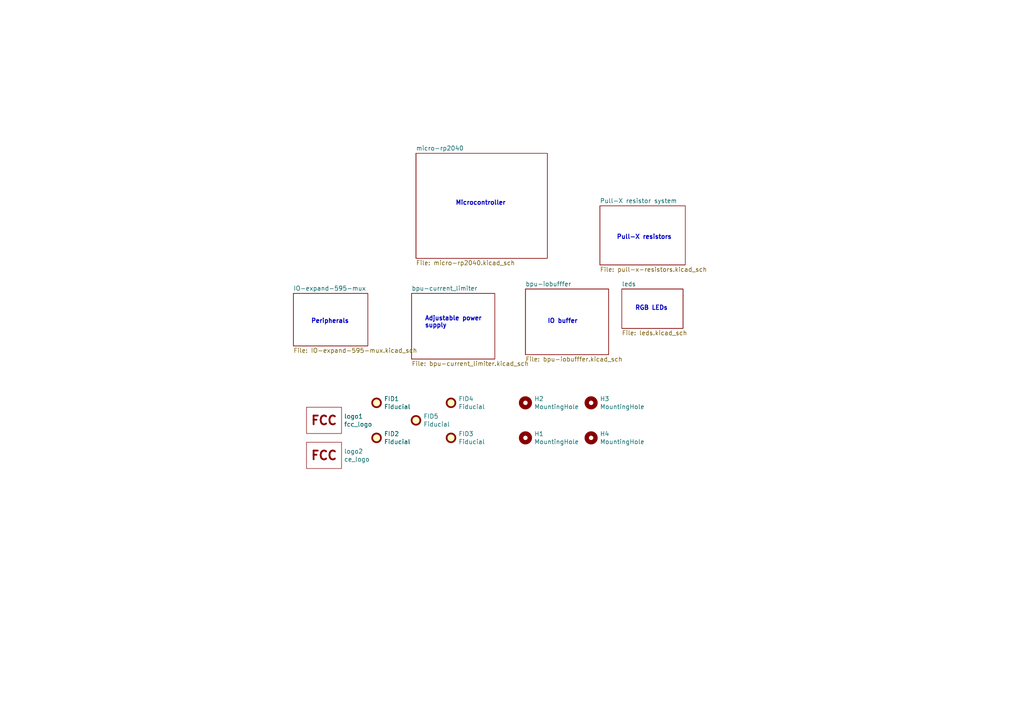
<source format=kicad_sch>
(kicad_sch (version 20231120) (generator "eeschema") (generator_version "8.0")
  (paper "A4")
  (lib_symbols
    (symbol "DP_logo_kicad:fcc_logo" (pin_names (offset 1.016))
      (property "Reference" "logo" (at 0 5.08 0))
      (property "Value" "fcc_logo" (at 0 -5.08 0))
      (symbol "fcc_logo_0_0"
        (rectangle (start -5.08 3.81) (end 5.08 -3.81))
        (text "FCC" (at 0 0 0) (effects (font (size 2.54 2.54) (bold yes))))
      )
    )
    (symbol "Mechanical:Fiducial"
      (property "Reference" "FID" (at 0 5.08 0))
      (property "Value" "Fiducial" (at 0 3.175 0))
      (symbol "Fiducial_0_1"
        (circle (center 0 0) (radius 1.27) (stroke (width 0.508)) (fill (type background)))
      )
    )
    (symbol "Mechanical:MountingHole" (pin_names (offset 1.016))
      (property "Reference" "H" (at 0 5.08 0))
      (property "Value" "MountingHole" (at 0 3.175 0))
      (symbol "MountingHole_0_1"
        (circle (center 0 0) (radius 1.27) (stroke (width 1.27)))
      )
    )
  )
  (text "Microcontroller" (at 132.08 59.69 0) (effects (font (size 1.27 1.27) (thickness 0.254) (bold yes)) (justify left bottom)))
  (text "Adjustable power \nsupply" (at 123.19 95.25 0) (effects (font (size 1.27 1.27) (thickness 0.254) (bold yes)) (justify left bottom)))
  (text "IO buffer" (at 158.75 93.98 0) (effects (font (size 1.27 1.27) (thickness 0.254) (bold yes)) (justify left bottom)))
  (text "Peripherals" (at 90.17 93.98 0) (effects (font (size 1.27 1.27) (thickness 0.254) (bold yes)) (justify left bottom)))
  (text "RGB LEDs" (at 184.15 90.17 0) (effects (font (size 1.27 1.27) (thickness 0.254) (bold yes)) (justify left bottom)))
  (text "Pull-X resistors" (at 178.816 69.596 0) (effects (font (size 1.27 1.27) (thickness 0.254) (bold yes)) (justify left bottom)))
  (symbol (lib_id "Mechanical:MountingHole") (at 152.4 116.84 0) (unit 1) (in_bom no)
    (property "Reference" "H2" (at 154.94 115.6716 0) (effects (justify left)))
    (property "Value" "MountingHole" (at 154.94 117.983 0) (effects (justify left)))
    (property "Footprint" "MountingHole:MountingHole_3.2mm_M3" (effects (hide yes)))
  )
  (symbol (lib_id "Mechanical:MountingHole") (at 152.4 127 0) (unit 1) (in_bom no)
    (property "Reference" "H1" (at 154.94 125.8316 0) (effects (justify left)))
    (property "Value" "MountingHole" (at 154.94 128.143 0) (effects (justify left)))
    (property "Footprint" "MountingHole:MountingHole_3.2mm_M3" (effects (hide yes)))
  )
  (symbol (lib_id "Mechanical:MountingHole") (at 171.45 116.84 0) (unit 1) (in_bom no)
    (property "Reference" "H3" (at 173.99 115.6716 0) (effects (justify left)))
    (property "Value" "MountingHole" (at 173.99 117.983 0) (effects (justify left)))
    (property "Footprint" "MountingHole:MountingHole_3.2mm_M3" (effects (hide yes)))
  )
  (symbol (lib_id "Mechanical:MountingHole") (at 171.45 127 0) (unit 1) (in_bom no)
    (property "Reference" "H4" (at 173.99 125.8316 0) (effects (justify left)))
    (property "Value" "MountingHole" (at 173.99 128.143 0) (effects (justify left)))
    (property "Footprint" "MountingHole:MountingHole_3.2mm_M3" (effects (hide yes)))
  )
  (symbol (lib_id "Mechanical:Fiducial") (at 109.22 116.84 0) (unit 1) (in_bom no)
    (property "Reference" "FID1" (at 111.379 115.6716 0) (effects (justify left)))
    (property "Value" "Fiducial" (at 111.379 117.983 0) (effects (justify left)))
    (property "Footprint" "Fiducial:Fiducial_1mm_Mask2mm" (effects (hide yes)))
  )
  (symbol (lib_id "Mechanical:Fiducial") (at 109.22 127 0) (unit 1) (in_bom no)
    (property "Reference" "FID2" (at 111.379 125.8316 0) (effects (justify left)))
    (property "Value" "Fiducial" (at 111.379 128.143 0) (effects (justify left)))
    (property "Footprint" "Fiducial:Fiducial_1mm_Mask2mm" (effects (hide yes)))
  )
  (symbol (lib_id "Mechanical:Fiducial") (at 130.81 127 0) (unit 1) (in_bom no)
    (property "Reference" "FID3" (at 132.969 125.8316 0) (effects (justify left)))
    (property "Value" "Fiducial" (at 132.969 128.143 0) (effects (justify left)))
    (property "Footprint" "Fiducial:Fiducial_1mm_Mask2mm" (effects (hide yes)))
  )
  (symbol (lib_id "Mechanical:Fiducial") (at 130.81 116.84 0) (unit 1) (in_bom no)
    (property "Reference" "FID4" (at 132.969 115.6716 0) (effects (justify left)))
    (property "Value" "Fiducial" (at 132.969 117.983 0) (effects (justify left)))
    (property "Footprint" "Fiducial:Fiducial_1mm_Mask2mm" (effects (hide yes)))
  )
  (symbol (lib_id "Mechanical:Fiducial") (at 120.65 121.92 0) (unit 1) (in_bom no)
    (property "Reference" "FID5" (at 122.809 120.7516 0) (effects (justify left)))
    (property "Value" "Fiducial" (at 122.809 123.063 0) (effects (justify left)))
    (property "Footprint" "Fiducial:Fiducial_1mm_Mask2mm" (effects (hide yes)))
  )
  (symbol (lib_id "DP_logo_kicad:fcc_logo") (at 93.98 121.92 0) (unit 1) (in_bom no)
    (property "Reference" "logo1" (at 99.7712 120.7516 0) (effects (justify left)))
    (property "Value" "fcc_logo" (at 99.7712 123.063 0) (effects (justify left)))
    (property "Footprint" "dp-logo:logo_fcc" (effects (hide yes)))
  )
  (symbol (lib_id "DP_logo_kicad:fcc_logo") (at 93.98 132.08 0) (unit 1) (in_bom no)
    (property "Reference" "logo2" (at 99.7712 130.9116 0) (effects (justify left)))
    (property "Value" "ce_logo" (at 99.7712 133.223 0) (effects (justify left)))
    (property "Footprint" "Symbol:CE-Logo_11.2x8mm_SilkScreen" (effects (hide yes)))
  )
  (sheet (at 152.4 83.82) (size 24.13 19.05)
    (property "Sheetname" "bpu-iobufffer" (at 152.4 83.1084 0) (effects (justify left bottom)))
    (property "Sheetfile" "bpu-iobufffer.kicad_sch" (at 152.4 103.4546 0) (effects (justify left top)))
  )
  (sheet (at 119.38 85.09) (size 24.13 19.05)
    (property "Sheetname" "bpu-current_limiter" (at 119.38 84.3784 0) (effects (justify left bottom)))
    (property "Sheetfile" "bpu-current_limiter.kicad_sch" (at 119.38 104.7246 0) (effects (justify left top)))
  )
  (sheet (at 120.65 44.45) (size 38.1 30.48)
    (property "Sheetname" "micro-rp2040" (at 120.65 43.7384 0) (effects (justify left bottom)))
    (property "Sheetfile" "micro-rp2040.kicad_sch" (at 120.65 75.5146 0) (effects (justify left top)))
  )
  (sheet (at 85.09 85.09) (size 21.59 15.24)
    (property "Sheetname" "IO-expand-595-mux" (at 85.09 84.3784 0) (effects (justify left bottom)))
    (property "Sheetfile" "IO-expand-595-mux.kicad_sch" (at 85.09 100.9146 0) (effects (justify left top)))
  )
  (sheet (at 180.34 83.82) (size 17.78 11.43)
    (property "Sheetname" "leds" (at 180.34 83.1084 0) (effects (justify left bottom)))
    (property "Sheetfile" "leds.kicad_sch" (at 180.34 95.8346 0) (effects (justify left top)))
  )
  (sheet (at 173.99 59.69) (size 24.765 17.145) (stroke (width 0.1524))
    (property "Sheetname" "Pull-X resistor system" (at 173.99 58.9784 0) (effects (justify left bottom)))
    (property "Sheetfile" "pull-x-resistors.kicad_sch" (at 173.99 77.4196 0) (effects (justify left top)))
  )
)
</source>
